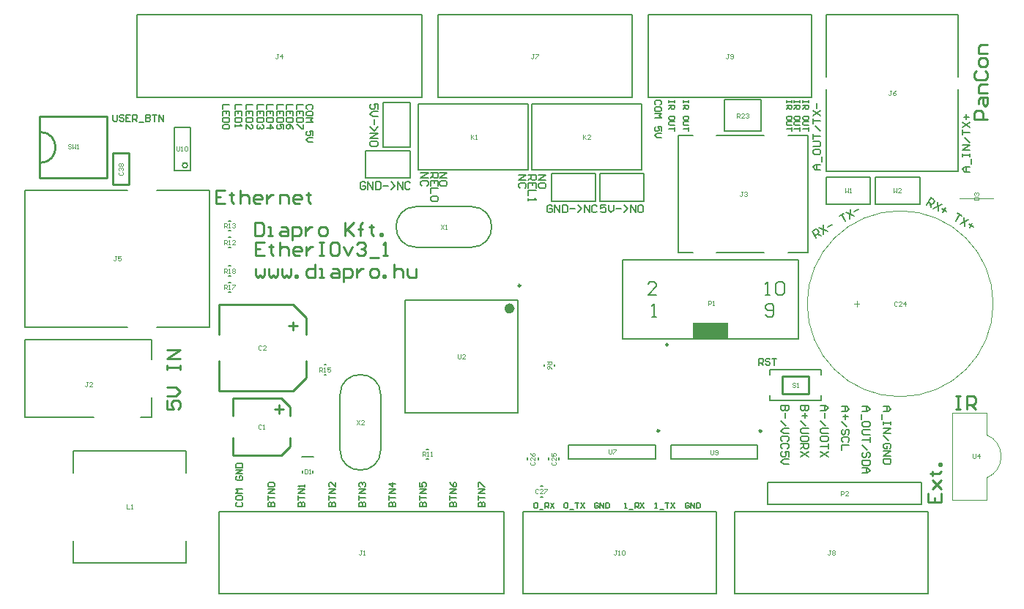
<source format=gto>
%FSTAX24Y24*%
%MOIN*%
G70*
G01*
G75*
G04 Layer_Color=65535*
%ADD10C,0.0100*%
%ADD11R,0.0512X0.0394*%
%ADD12O,0.0945X0.0236*%
%ADD13R,0.0945X0.0236*%
%ADD14R,0.1575X0.0670*%
%ADD15R,0.0177X0.0453*%
%ADD16R,0.1378X0.0748*%
%ADD17R,0.1732X0.0866*%
%ADD18R,0.0532X0.0472*%
%ADD19R,0.1969X0.2756*%
%ADD20R,0.0472X0.0532*%
%ADD21C,0.0394*%
%ADD22R,0.0591X0.0118*%
%ADD23R,0.0118X0.0591*%
%ADD24O,0.0276X0.0984*%
%ADD25R,0.0472X0.0551*%
%ADD26R,0.0551X0.0472*%
%ADD27R,0.0591X0.0315*%
%ADD28R,0.0787X0.0571*%
%ADD29C,0.0120*%
%ADD30C,0.0300*%
%ADD31C,0.2362*%
%ADD32C,0.0800*%
%ADD33C,0.0700*%
%ADD34C,0.0591*%
%ADD35C,0.0984*%
%ADD36R,0.0984X0.0984*%
%ADD37O,0.0787X0.1890*%
%ADD38O,0.1890X0.0787*%
%ADD39C,0.0591*%
%ADD40C,0.1043*%
%ADD41R,0.0591X0.0591*%
%ADD42C,0.1161*%
%ADD43R,0.0787X0.0787*%
%ADD44C,0.0787*%
%ADD45R,0.0650X0.0650*%
%ADD46C,0.0650*%
%ADD47C,0.0728*%
%ADD48R,0.0728X0.0728*%
%ADD49C,0.1181*%
%ADD50R,0.0591X0.0591*%
%ADD51R,0.0591X0.0591*%
%ADD52C,0.0472*%
%ADD53C,0.0240*%
%ADD54R,0.0374X0.0335*%
%ADD55R,0.0472X0.0256*%
%ADD56R,0.0906X0.0906*%
%ADD57R,0.3701X0.3228*%
%ADD58R,0.1634X0.0374*%
%ADD59O,0.0236X0.0906*%
%ADD60O,0.0709X0.0177*%
%ADD61O,0.0866X0.0236*%
%ADD62C,0.0200*%
%ADD63C,0.0079*%
%ADD64C,0.0039*%
%ADD65C,0.0098*%
%ADD66C,0.0236*%
%ADD67C,0.0030*%
%ADD68C,0.0050*%
%ADD69C,0.0040*%
%ADD70C,0.0059*%
%ADD71R,0.1614X0.0748*%
D10*
X020043Y032819D02*
G03*
X020042Y034222I-00002J000702D01*
G01*
X02139Y032121D02*
X023074D01*
X020003D02*
Y034921D01*
X023074D01*
Y032121D02*
Y034921D01*
X020003Y032121D02*
X023074D01*
X023346Y031841D02*
Y033259D01*
X024054D01*
Y031841D02*
Y033259D01*
X023346Y031841D02*
X024054D01*
X030691Y021587D02*
X031084D01*
X030887Y021391D02*
Y021784D01*
X031399Y019894D02*
Y020288D01*
X031006Y019501D02*
X031399Y019894D01*
X028801Y019501D02*
X031006D01*
X028801D02*
Y020288D01*
X031399Y021312D02*
Y021706D01*
X031006Y022099D02*
X031399Y021706D01*
X028801Y022099D02*
X031006D01*
X028801Y021312D02*
Y022099D01*
X031331Y025384D02*
X031725D01*
X031528Y025187D02*
Y025581D01*
X028182Y024991D02*
Y026369D01*
X031528D01*
X032118Y025778D01*
Y024991D02*
Y025778D01*
X028182Y022431D02*
Y023809D01*
Y022431D02*
X031528D01*
X032118Y023022D01*
Y023809D01*
X054991Y022306D02*
Y023094D01*
X053809D02*
X054991D01*
X053809Y022306D02*
Y023094D01*
Y022306D02*
X054991D01*
X02985Y028D02*
Y0277D01*
X02995Y0276D01*
X03005Y0277D01*
X03015Y0276D01*
X03025Y0277D01*
Y028D01*
X03045D02*
Y0277D01*
X03055Y0276D01*
X03065Y0277D01*
X03075Y0276D01*
X03085Y0277D01*
Y028D01*
X03105D02*
Y0277D01*
X03115Y0276D01*
X03125Y0277D01*
X03135Y0276D01*
X031449Y0277D01*
Y028D01*
X031649Y0276D02*
Y0277D01*
X031749D01*
Y0276D01*
X031649D01*
X032549Y0282D02*
Y0276D01*
X032249D01*
X032149Y0277D01*
Y0279D01*
X032249Y028D01*
X032549D01*
X032749Y0276D02*
X032949D01*
X032849D01*
Y028D01*
X032749D01*
X033349D02*
X033549D01*
X033649Y0279D01*
Y0276D01*
X033349D01*
X033249Y0277D01*
X033349Y0278D01*
X033649D01*
X033849Y0274D02*
Y028D01*
X034149D01*
X034249Y0279D01*
Y0277D01*
X034149Y0276D01*
X033849D01*
X034449Y028D02*
Y0276D01*
Y0278D01*
X034548Y0279D01*
X034648Y028D01*
X034748D01*
X035148Y0276D02*
X035348D01*
X035448Y0277D01*
Y0279D01*
X035348Y028D01*
X035148D01*
X035048Y0279D01*
Y0277D01*
X035148Y0276D01*
X035648D02*
Y0277D01*
X035748D01*
Y0276D01*
X035648D01*
X036148Y0282D02*
Y0276D01*
Y0279D01*
X036248Y028D01*
X036448D01*
X036548Y0279D01*
Y0276D01*
X036748Y028D02*
Y0277D01*
X036848Y0276D01*
X037148D01*
Y028D01*
X0298Y0301D02*
Y0295D01*
X0301D01*
X0302Y0296D01*
Y03D01*
X0301Y0301D01*
X0298D01*
X0304Y0295D02*
X0306D01*
X0305D01*
Y0299D01*
X0304D01*
X031D02*
X0312D01*
X0313Y0298D01*
Y0295D01*
X031D01*
X0309Y0296D01*
X031Y0297D01*
X0313D01*
X031499Y0293D02*
Y0299D01*
X031799D01*
X031899Y0298D01*
Y0296D01*
X031799Y0295D01*
X031499D01*
X032099Y0299D02*
Y0295D01*
Y0297D01*
X032199Y0298D01*
X032299Y0299D01*
X032399D01*
X032799Y0295D02*
X032999D01*
X033099Y0296D01*
Y0298D01*
X032999Y0299D01*
X032799D01*
X032699Y0298D01*
Y0296D01*
X032799Y0295D01*
X033899Y0301D02*
Y0295D01*
Y0297D01*
X034299Y0301D01*
X033999Y0298D01*
X034299Y0295D01*
X034598D02*
Y03D01*
Y0298D01*
X034498D01*
X034698D01*
X034598D01*
Y03D01*
X034698Y0301D01*
X035098Y03D02*
Y0299D01*
X034998D01*
X035198D01*
X035098D01*
Y0296D01*
X035198Y0295D01*
X035498D02*
Y0296D01*
X035598D01*
Y0295D01*
X035498D01*
X03025Y0292D02*
X02985D01*
Y0286D01*
X03025D01*
X02985Y0289D02*
X03005D01*
X03055Y0291D02*
Y029D01*
X03045D01*
X03065D01*
X03055D01*
Y0287D01*
X03065Y0286D01*
X03095Y0292D02*
Y0286D01*
Y0289D01*
X03105Y029D01*
X03125D01*
X03135Y0289D01*
Y0286D01*
X031849D02*
X031649D01*
X031549Y0287D01*
Y0289D01*
X031649Y029D01*
X031849D01*
X031949Y0289D01*
Y0288D01*
X031549D01*
X032149Y029D02*
Y0286D01*
Y0288D01*
X032249Y0289D01*
X032349Y029D01*
X032449D01*
X032749Y0292D02*
X032949D01*
X032849D01*
Y0286D01*
X032749D01*
X032949D01*
X033549Y0292D02*
X033349D01*
X033249Y0291D01*
Y0287D01*
X033349Y0286D01*
X033549D01*
X033649Y0287D01*
Y0291D01*
X033549Y0292D01*
X033849Y029D02*
X034049Y0286D01*
X034249Y029D01*
X034449Y0291D02*
X034548Y0292D01*
X034748D01*
X034848Y0291D01*
Y029D01*
X034748Y0289D01*
X034648D01*
X034748D01*
X034848Y0288D01*
Y0287D01*
X034748Y0286D01*
X034548D01*
X034449Y0287D01*
X035048Y0285D02*
X035448D01*
X035648Y0286D02*
X035848D01*
X035748D01*
Y0292D01*
X035648Y0291D01*
X02845Y03155D02*
X02805D01*
Y03095D01*
X02845D01*
X02805Y03125D02*
X02825D01*
X02875Y03145D02*
Y03135D01*
X02865D01*
X02885D01*
X02875D01*
Y03105D01*
X02885Y03095D01*
X02915Y03155D02*
Y03095D01*
Y03125D01*
X02925Y03135D01*
X02945D01*
X02955Y03125D01*
Y03095D01*
X030049D02*
X029849D01*
X029749Y03105D01*
Y03125D01*
X029849Y03135D01*
X030049D01*
X030149Y03125D01*
Y03115D01*
X029749D01*
X030349Y03135D02*
Y03095D01*
Y03115D01*
X030449Y03125D01*
X030549Y03135D01*
X030649D01*
X030949Y03095D02*
Y03135D01*
X031249D01*
X031349Y03125D01*
Y03095D01*
X031849D02*
X031649D01*
X031549Y03105D01*
Y03125D01*
X031649Y03135D01*
X031849D01*
X031949Y03125D01*
Y03115D01*
X031549D01*
X032249Y03145D02*
Y03135D01*
X032149D01*
X032349D01*
X032249D01*
Y03105D01*
X032349Y03095D01*
X0258Y022D02*
Y0216D01*
X0261D01*
X026Y0218D01*
Y0219D01*
X0261Y022D01*
X0263D01*
X0264Y0219D01*
Y0217D01*
X0263Y0216D01*
X0258Y0222D02*
X0262D01*
X0264Y0224D01*
X0262Y0226D01*
X0258D01*
Y023399D02*
Y023599D01*
Y023499D01*
X0264D01*
Y023399D01*
Y023599D01*
Y023899D02*
X0258D01*
X0264Y024299D01*
X0258D01*
X06315Y034806D02*
X06255D01*
Y035105D01*
X06265Y035205D01*
X06285D01*
X06295Y035105D01*
Y034806D01*
X06275Y035505D02*
Y035705D01*
X06285Y035805D01*
X06315D01*
Y035505D01*
X06305Y035405D01*
X06295Y035505D01*
Y035805D01*
X06315Y036005D02*
X06275D01*
Y036305D01*
X06285Y036405D01*
X06315D01*
X06265Y037005D02*
X06255Y036905D01*
Y036705D01*
X06265Y036605D01*
X06305D01*
X06315Y036705D01*
Y036905D01*
X06305Y037005D01*
X06315Y037305D02*
Y037505D01*
X06305Y037605D01*
X06285D01*
X06275Y037505D01*
Y037305D01*
X06285Y037205D01*
X06305D01*
X06315Y037305D01*
Y037805D02*
X06275D01*
Y038104D01*
X06285Y038204D01*
X06315D01*
X06045Y01775D02*
Y01735D01*
X06105D01*
Y01775D01*
X06075Y01735D02*
Y01755D01*
X06065Y01795D02*
X06105Y01835D01*
X06085Y01815D01*
X06065Y01835D01*
X06105Y01795D01*
X06055Y01865D02*
X06065D01*
Y01855D01*
Y01875D01*
Y01865D01*
X06095D01*
X06105Y01875D01*
Y019049D02*
X06095D01*
Y019149D01*
X06105D01*
Y019049D01*
X0617Y0222D02*
X0619D01*
X0618D01*
Y0216D01*
X0617D01*
X0619D01*
X0622D02*
Y0222D01*
X0625D01*
X0626Y0221D01*
Y0219D01*
X0625Y0218D01*
X0622D01*
X0624D02*
X0626Y0216D01*
D63*
X026736Y032702D02*
G03*
X026736Y032702I-000118J0D01*
G01*
X03965Y028975D02*
G03*
X03965Y030825I0J000925D01*
G01*
X03715D02*
G03*
X03715Y028975I0J-000925D01*
G01*
X035525Y02225D02*
G03*
X033675Y02225I-000925J0D01*
G01*
Y01975D02*
G03*
X035525Y01975I000925J0D01*
G01*
X026146Y034434D02*
X026854D01*
X026146Y032466D02*
X026854D01*
X026146D02*
Y034434D01*
X026854Y032466D02*
Y034434D01*
X051166Y035683D02*
X052819D01*
X051166Y034265D02*
X052819D01*
Y035683D01*
X051166Y034265D02*
Y035683D01*
X047685Y035809D02*
Y03955D01*
X055126D01*
X047685Y035809D02*
X055126D01*
Y03955D01*
X031924Y019427D02*
X032476D01*
X031974Y018706D02*
Y018785D01*
X032426Y018706D02*
Y018785D01*
X046954Y035809D02*
Y03955D01*
X038135Y035809D02*
X046954D01*
X038135Y03955D02*
X046954D01*
X038135Y035809D02*
Y03955D01*
X01935Y021228D02*
X02246D01*
X024586D02*
X025098D01*
Y022134D01*
X01935Y021228D02*
Y024772D01*
X025098D01*
X025098Y023866D01*
X041132Y0132D02*
Y01694D01*
X02818Y0132D02*
X041132D01*
X02818Y01694D02*
X041132D01*
X02818Y0132D02*
Y01694D01*
X024435Y035809D02*
Y03955D01*
X037388D01*
X024435Y035809D02*
X037388D01*
Y03955D01*
X01935Y03157D02*
X023991D01*
X01935Y02533D02*
Y03157D01*
X025349D02*
X02775D01*
Y02533D02*
Y03157D01*
X025349Y02533D02*
X02775D01*
X01935D02*
X023991D01*
X041985Y0132D02*
Y016941D01*
X050804D01*
X041985Y0132D02*
X050804D01*
Y016941D01*
X04225Y0325D02*
Y0355D01*
X03725Y0325D02*
X04225D01*
X03725Y0355D02*
X04225D01*
X03725Y0325D02*
Y0355D01*
X0424Y0325D02*
Y0355D01*
X0474D01*
X0424Y0325D02*
X0474D01*
Y0355D01*
X026659Y014591D02*
Y015615D01*
X021541Y014591D02*
Y015615D01*
X026659Y018685D02*
Y019709D01*
X021541Y018685D02*
Y019709D01*
Y014591D02*
X026659D01*
X021541Y019709D02*
X026659D01*
X05455Y024789D02*
Y028411D01*
X04655Y024789D02*
Y028411D01*
Y024789D02*
X05455D01*
X04655Y028411D02*
X05455D01*
X043426Y023561D02*
Y023639D01*
X042974Y023561D02*
Y023639D01*
X037611Y019324D02*
X037689D01*
X037611Y019776D02*
X037689D01*
X028606Y029426D02*
X028685D01*
X028606Y028974D02*
X028685D01*
X028606Y030176D02*
X028685D01*
X028606Y029724D02*
X028685D01*
X032961Y023626D02*
X033039D01*
X032961Y023174D02*
X033039D01*
X028606Y027376D02*
X028685D01*
X028606Y026924D02*
X028685D01*
X028606Y028126D02*
X028685D01*
X028606Y027674D02*
X028685D01*
X053219Y023409D02*
X055581D01*
X053219Y021991D02*
X055581D01*
Y023153D02*
Y023409D01*
X053219Y021991D02*
Y022228D01*
X055581Y021991D02*
Y022228D01*
X053219Y023153D02*
Y023409D01*
X036621Y026579D02*
X041779D01*
Y021421D02*
Y026579D01*
X036621Y021421D02*
X041779D01*
X036621D02*
Y026579D01*
X048731Y019956D02*
X052668D01*
X048731Y019326D02*
X052668D01*
Y019956D01*
X048731Y019326D02*
Y019956D01*
X03715Y028975D02*
X03965D01*
X03715Y030825D02*
X03965D01*
X035525Y01975D02*
Y02225D01*
X033675Y01975D02*
Y02225D01*
X034846Y03212D02*
Y03338D01*
X036854Y03212D02*
Y03338D01*
X034846Y03212D02*
X036854D01*
X034846Y03338D02*
X036854D01*
X03562Y033546D02*
Y035554D01*
X03688Y033546D02*
Y035554D01*
X03562D02*
X03688D01*
X03562Y033546D02*
X03688D01*
X043296Y03107D02*
Y03233D01*
X045304Y03107D02*
Y03233D01*
X043296Y03107D02*
X045304D01*
X043296Y03233D02*
X045304D01*
X045496D02*
X047504D01*
X045496Y03107D02*
X047504D01*
Y03233D01*
X045496Y03107D02*
Y03233D01*
X042811Y018086D02*
X042889D01*
X042811Y017614D02*
X042889D01*
X043164Y019311D02*
Y019389D01*
X043636Y019311D02*
Y019389D01*
X042214Y019311D02*
Y019389D01*
X042686Y019311D02*
Y019389D01*
X05315Y01725D02*
X06015D01*
Y01825D01*
X05315D02*
X06015D01*
X05315Y01725D02*
Y01825D01*
X054056Y034074D02*
X054981D01*
X050808D02*
X052973D01*
X049076D02*
X049725D01*
X054056Y02872D02*
X054981D01*
X050808D02*
X052973D01*
X049076D02*
X049725D01*
X049076D02*
Y034074D01*
X054981Y02872D02*
Y034074D01*
X044082Y019965D02*
X048018D01*
X044082Y019335D02*
X048018D01*
Y019965D01*
X044082Y019335D02*
Y019965D01*
X0558Y03955D02*
X0618D01*
Y036718D02*
Y03955D01*
Y032424D02*
Y036177D01*
X0558Y032424D02*
X0618D01*
X0558D02*
Y036177D01*
Y036718D02*
Y03955D01*
X058046Y032178D02*
X060054D01*
X058046Y030918D02*
X060054D01*
Y032178D01*
X058046Y030918D02*
Y032178D01*
X055796D02*
X057804D01*
X055796Y030918D02*
X057804D01*
Y032178D01*
X055796Y030918D02*
Y032178D01*
X051624Y0132D02*
Y016941D01*
X060443D01*
X051624Y0132D02*
X060443D01*
Y016941D01*
D64*
X063095Y018466D02*
G03*
X063095Y020434I-000394J000984D01*
G01*
X063398Y0264D02*
G03*
X063398Y0264I-004232J0D01*
G01*
X063095Y020434D02*
Y021418D01*
Y017481D02*
Y018466D01*
X06152Y021418D02*
X063095D01*
X06152Y017481D02*
X063095D01*
X06152D02*
Y021418D01*
X057315Y0264D02*
X057053D01*
X057184Y026269D02*
Y026531D01*
D65*
X048599Y024533D02*
G03*
X048599Y024533I-000049J0D01*
G01*
X041887Y027228D02*
G03*
X041887Y027228I-000049J0D01*
G01*
X052854Y020606D02*
G03*
X052854Y020606I-000049J0D01*
G01*
X048204Y020615D02*
G03*
X048204Y020615I-000049J0D01*
G01*
D66*
X041503Y026185D02*
G03*
X041503Y026185I-000118J0D01*
G01*
D67*
X06187Y0312D02*
X06341D01*
D68*
X06038Y030916D02*
X060555Y031219D01*
X060706Y031131D01*
X060728Y031051D01*
X060669Y03095D01*
X06059Y030929D01*
X060438Y031017D01*
X060539Y030958D02*
X060582Y030799D01*
X060858Y031044D02*
X060885Y030624D01*
X06106Y030927D02*
X060683Y030741D01*
X061073Y030717D02*
X061276Y030601D01*
X061233Y03076D02*
X061116Y030558D01*
X061767Y030519D02*
X061969Y030402D01*
X061868Y03046D01*
X061693Y030157D01*
X06207Y030344D02*
X062097Y029924D01*
X062272Y030227D02*
X061895Y030041D01*
X062286Y030017D02*
X062488Y029901D01*
X062445Y03006D02*
X062328Y029858D01*
X05535Y029396D02*
X055175Y029699D01*
X055327Y029786D01*
X055406Y029765D01*
X055465Y029664D01*
X055443Y029584D01*
X055292Y029497D01*
X055393Y029555D02*
X055552Y029512D01*
X055478Y029873D02*
X055855Y029687D01*
X05568Y02999D02*
X055653Y02957D01*
X055869Y029897D02*
X056071Y030014D01*
X056387Y030398D02*
X056589Y030515D01*
X056488Y030457D01*
X056663Y030154D01*
X05669Y030573D02*
X057067Y030387D01*
X056892Y03069D02*
X056865Y03027D01*
X057081Y030597D02*
X057283Y030713D01*
X05555Y032506D02*
X055317D01*
X0552Y032622D01*
X055317Y032739D01*
X05555D01*
X055375D01*
Y032506D01*
X055608Y032855D02*
Y033089D01*
X0552Y03338D02*
Y033264D01*
X055258Y033205D01*
X055492D01*
X05555Y033264D01*
Y03338D01*
X055492Y033439D01*
X055258D01*
X0552Y03338D01*
Y033555D02*
X055492D01*
X05555Y033613D01*
Y03373D01*
X055492Y033788D01*
X0552D01*
Y033905D02*
Y034138D01*
Y034022D01*
X05555D01*
Y034255D02*
X055317Y034488D01*
X0552Y034605D02*
Y034838D01*
Y034721D01*
X05555D01*
X0552Y034955D02*
X05555Y035188D01*
X0552D02*
X05555Y034955D01*
X055375Y035305D02*
Y035538D01*
X06235Y032406D02*
X062117D01*
X062Y032522D01*
X062117Y032639D01*
X06235D01*
X062175D01*
Y032406D01*
X062408Y032755D02*
Y032989D01*
X062Y033105D02*
Y033222D01*
Y033164D01*
X06235D01*
Y033105D01*
Y033222D01*
Y033397D02*
X062D01*
X06235Y03363D01*
X062D01*
X06235Y033747D02*
X062117Y03398D01*
X062Y034097D02*
Y03433D01*
Y034213D01*
X06235D01*
X062Y034447D02*
X06235Y03468D01*
X062D02*
X06235Y034447D01*
X062175Y034796D02*
Y03503D01*
X062058Y034913D02*
X062292D01*
X029Y01735D02*
X02895Y0173D01*
Y0172D01*
X029Y01715D01*
X0292D01*
X02925Y0172D01*
Y0173D01*
X0292Y01735D01*
X02895Y0176D02*
Y0175D01*
X029Y01745D01*
X0292D01*
X02925Y0175D01*
Y0176D01*
X0292Y01765D01*
X029D01*
X02895Y0176D01*
X02925Y01775D02*
X02895D01*
X02905Y01785D01*
X02895Y01795D01*
X02925D01*
X029Y01855D02*
X02895Y0185D01*
Y0184D01*
X029Y01835D01*
X0292D01*
X02925Y0184D01*
Y0185D01*
X0292Y01855D01*
X0291D01*
Y01845D01*
X02925Y01865D02*
X02895D01*
X02925Y018849D01*
X02895D01*
Y018949D02*
X02925D01*
Y019099D01*
X0292Y019149D01*
X029D01*
X02895Y019099D01*
Y018949D01*
X0304Y01715D02*
X0307D01*
Y0173D01*
X03065Y01735D01*
X0306D01*
X03055Y0173D01*
Y01715D01*
Y0173D01*
X0305Y01735D01*
X03045D01*
X0304Y0173D01*
Y01715D01*
Y01745D02*
Y01765D01*
Y01755D01*
X0307D01*
Y01775D02*
X0304D01*
X0307Y01795D01*
X0304D01*
X03045Y01805D02*
X0304Y0181D01*
Y0182D01*
X03045Y01825D01*
X03065D01*
X0307Y0182D01*
Y0181D01*
X03065Y01805D01*
X03045D01*
X031778Y01715D02*
X032078D01*
Y0173D01*
X032028Y01735D01*
X031978D01*
X031928Y0173D01*
Y01715D01*
Y0173D01*
X031878Y01735D01*
X031828D01*
X031778Y0173D01*
Y01715D01*
Y01745D02*
Y01765D01*
Y01755D01*
X032078D01*
Y01775D02*
X031778D01*
X032078Y01795D01*
X031778D01*
X032078Y01805D02*
Y01815D01*
Y0181D01*
X031778D01*
X031828Y01805D01*
X033156Y01715D02*
X033456D01*
Y0173D01*
X033406Y01735D01*
X033356D01*
X033306Y0173D01*
Y01715D01*
Y0173D01*
X033256Y01735D01*
X033206D01*
X033156Y0173D01*
Y01715D01*
Y01745D02*
Y01765D01*
Y01755D01*
X033456D01*
Y01775D02*
X033156D01*
X033456Y01795D01*
X033156D01*
X033456Y01825D02*
Y01805D01*
X033256Y01825D01*
X033206D01*
X033156Y0182D01*
Y0181D01*
X033206Y01805D01*
X034534Y01715D02*
X034834D01*
Y0173D01*
X034784Y01735D01*
X034734D01*
X034684Y0173D01*
Y01715D01*
Y0173D01*
X034634Y01735D01*
X034584D01*
X034534Y0173D01*
Y01715D01*
Y01745D02*
Y01765D01*
Y01755D01*
X034834D01*
Y01775D02*
X034534D01*
X034834Y01795D01*
X034534D01*
X034584Y01805D02*
X034534Y0181D01*
Y0182D01*
X034584Y01825D01*
X034634D01*
X034684Y0182D01*
Y01815D01*
Y0182D01*
X034734Y01825D01*
X034784D01*
X034834Y0182D01*
Y0181D01*
X034784Y01805D01*
X035912Y01715D02*
X036212D01*
Y0173D01*
X036162Y01735D01*
X036112D01*
X036062Y0173D01*
Y01715D01*
Y0173D01*
X036012Y01735D01*
X035962D01*
X035912Y0173D01*
Y01715D01*
Y01745D02*
Y01765D01*
Y01755D01*
X036212D01*
Y01775D02*
X035912D01*
X036212Y01795D01*
X035912D01*
X036212Y0182D02*
X035912D01*
X036062Y01805D01*
Y01825D01*
X03729Y01715D02*
X03759D01*
Y0173D01*
X03754Y01735D01*
X03749D01*
X03744Y0173D01*
Y01715D01*
Y0173D01*
X03739Y01735D01*
X03734D01*
X03729Y0173D01*
Y01715D01*
Y01745D02*
Y01765D01*
Y01755D01*
X03759D01*
Y01775D02*
X03729D01*
X03759Y01795D01*
X03729D01*
Y01825D02*
Y01805D01*
X03744D01*
X03739Y01815D01*
Y0182D01*
X03744Y01825D01*
X03754D01*
X03759Y0182D01*
Y0181D01*
X03754Y01805D01*
X038668Y01715D02*
X038968D01*
Y0173D01*
X038918Y01735D01*
X038868D01*
X038818Y0173D01*
Y01715D01*
Y0173D01*
X038768Y01735D01*
X038718D01*
X038668Y0173D01*
Y01715D01*
Y01745D02*
Y01765D01*
Y01755D01*
X038968D01*
Y01775D02*
X038668D01*
X038968Y01795D01*
X038668D01*
Y01825D02*
X038718Y01815D01*
X038818Y01805D01*
X038918D01*
X038968Y0181D01*
Y0182D01*
X038918Y01825D01*
X038868D01*
X038818Y0182D01*
Y01805D01*
X039978Y01715D02*
X040278D01*
Y0173D01*
X040228Y01735D01*
X040178D01*
X040128Y0173D01*
Y01715D01*
Y0173D01*
X040078Y01735D01*
X040028D01*
X039978Y0173D01*
Y01715D01*
Y01745D02*
Y01765D01*
Y01755D01*
X040278D01*
Y01775D02*
X039978D01*
X040278Y01795D01*
X039978D01*
Y01805D02*
Y01825D01*
X040028D01*
X040228Y01805D01*
X040278D01*
X042501Y017298D02*
X042542Y01734D01*
X042626D01*
X042667Y017298D01*
Y017131D01*
X042626Y01709D01*
X042542D01*
X042501Y017131D01*
Y017298D01*
X042751Y017048D02*
X042917D01*
X043001Y01709D02*
Y01734D01*
X043126D01*
X043167Y017298D01*
Y017215D01*
X043126Y017173D01*
X043001D01*
X043084D02*
X043167Y01709D01*
X043251Y01734D02*
X043417Y01709D01*
Y01734D02*
X043251Y01709D01*
X043879Y017298D02*
X04392Y01734D01*
X044004D01*
X044045Y017298D01*
Y017131D01*
X044004Y01709D01*
X04392D01*
X043879Y017131D01*
Y017298D01*
X044129Y017048D02*
X044295D01*
X044379Y01734D02*
X044545D01*
X044462D01*
Y01709D01*
X044628Y01734D02*
X044795Y01709D01*
Y01734D02*
X044628Y01709D01*
X045423Y017298D02*
X045382Y01734D01*
X045298D01*
X045257Y017298D01*
Y017131D01*
X045298Y01709D01*
X045382D01*
X045423Y017131D01*
Y017215D01*
X04534D01*
X045507Y01709D02*
Y01734D01*
X045673Y01709D01*
Y01734D01*
X045757D02*
Y01709D01*
X045881D01*
X045923Y017131D01*
Y017298D01*
X045881Y01734D01*
X045757D01*
X046635Y01709D02*
X046718D01*
X046676D01*
Y01734D01*
X046635Y017298D01*
X046843Y017048D02*
X04701D01*
X047093Y01709D02*
Y01734D01*
X047218D01*
X047259Y017298D01*
Y017215D01*
X047218Y017173D01*
X047093D01*
X047176D02*
X047259Y01709D01*
X047343Y01734D02*
X047509Y01709D01*
Y01734D02*
X047343Y01709D01*
X048013D02*
X048096D01*
X048054D01*
Y01734D01*
X048013Y017298D01*
X048221Y017048D02*
X048387D01*
X048471Y01734D02*
X048637D01*
X048554D01*
Y01709D01*
X048721Y01734D02*
X048887Y01709D01*
Y01734D02*
X048721Y01709D01*
X049557Y017298D02*
X049516Y01734D01*
X049432D01*
X049391Y017298D01*
Y017131D01*
X049432Y01709D01*
X049516D01*
X049557Y017131D01*
Y017215D01*
X049474D01*
X04964Y01709D02*
Y01734D01*
X049807Y01709D01*
Y01734D01*
X04989D02*
Y01709D01*
X050015D01*
X050057Y017131D01*
Y017298D01*
X050015Y01734D01*
X04989D01*
X0541Y02178D02*
X05375D01*
Y021605D01*
X053808Y021547D01*
X053867D01*
X053925Y021605D01*
Y02178D01*
Y021605D01*
X053983Y021547D01*
X054042D01*
X0541Y021605D01*
Y02178D01*
X053925Y02143D02*
Y021197D01*
X05375Y02108D02*
X053983Y020847D01*
X0541Y02073D02*
X053867D01*
X05375Y020614D01*
X053867Y020497D01*
X0541D01*
X054042Y020147D02*
X0541Y020206D01*
Y020322D01*
X054042Y02038D01*
X053808D01*
X05375Y020322D01*
Y020206D01*
X053808Y020147D01*
X054042Y019797D02*
X0541Y019856D01*
Y019972D01*
X054042Y020031D01*
X053808D01*
X05375Y019972D01*
Y019856D01*
X053808Y019797D01*
X0541Y019447D02*
Y019681D01*
X053925D01*
X053983Y019564D01*
Y019506D01*
X053925Y019447D01*
X053808D01*
X05375Y019506D01*
Y019622D01*
X053808Y019681D01*
X0541Y019331D02*
X053867D01*
X05375Y019214D01*
X053867Y019098D01*
X0541D01*
X055Y02178D02*
X05465D01*
Y021605D01*
X054708Y021547D01*
X054767D01*
X054825Y021605D01*
Y02178D01*
Y021605D01*
X054883Y021547D01*
X054942D01*
X055Y021605D01*
Y02178D01*
X054825Y02143D02*
Y021197D01*
X054942Y021313D02*
X054708D01*
X05465Y02108D02*
X054883Y020847D01*
X055Y02073D02*
X054708D01*
X05465Y020672D01*
Y020555D01*
X054708Y020497D01*
X055D01*
X054942Y02038D02*
X055Y020322D01*
Y020206D01*
X054942Y020147D01*
X054708D01*
X05465Y020206D01*
Y020322D01*
X054708Y02038D01*
X054942D01*
X05465Y020031D02*
X055D01*
Y019856D01*
X054942Y019797D01*
X054825D01*
X054767Y019856D01*
Y020031D01*
Y019914D02*
X05465Y019797D01*
X055Y019681D02*
X05465Y019447D01*
X055D02*
X05465Y019681D01*
X05555Y02178D02*
X055783D01*
X0559Y021663D01*
X055783Y021547D01*
X05555D01*
X055725D01*
Y02178D01*
Y02143D02*
Y021197D01*
X05555Y02108D02*
X055783Y020847D01*
X0559Y02073D02*
X055608D01*
X05555Y020672D01*
Y020555D01*
X055608Y020497D01*
X0559D01*
X055842Y02038D02*
X0559Y020322D01*
Y020206D01*
X055842Y020147D01*
X055608D01*
X05555Y020206D01*
Y020322D01*
X055608Y02038D01*
X055842D01*
X0559Y020031D02*
Y019797D01*
Y019914D01*
X05555D01*
X0559Y019681D02*
X05555Y019447D01*
X0559D02*
X05555Y019681D01*
X0565Y02173D02*
X056733D01*
X05685Y021613D01*
X056733Y021497D01*
X0565D01*
X056675D01*
Y02173D01*
Y02138D02*
Y021147D01*
X056792Y021263D02*
X056558D01*
X0565Y02103D02*
X056733Y020797D01*
X056792Y020447D02*
X05685Y020505D01*
Y020622D01*
X056792Y02068D01*
X056733D01*
X056675Y020622D01*
Y020505D01*
X056617Y020447D01*
X056558D01*
X0565Y020505D01*
Y020622D01*
X056558Y02068D01*
X056792Y020097D02*
X05685Y020156D01*
Y020272D01*
X056792Y02033D01*
X056558D01*
X0565Y020272D01*
Y020156D01*
X056558Y020097D01*
X05685Y019981D02*
X0565D01*
Y019747D01*
X05745Y02173D02*
X057683D01*
X0578Y021613D01*
X057683Y021497D01*
X05745D01*
X057625D01*
Y02173D01*
X057392Y02138D02*
Y021147D01*
X0578Y020855D02*
Y020972D01*
X057742Y02103D01*
X057508D01*
X05745Y020972D01*
Y020855D01*
X057508Y020797D01*
X057742D01*
X0578Y020855D01*
Y02068D02*
X057508D01*
X05745Y020622D01*
Y020505D01*
X057508Y020447D01*
X0578D01*
Y02033D02*
Y020097D01*
Y020214D01*
X05745D01*
Y019981D02*
X057683Y019747D01*
X057742Y019397D02*
X0578Y019456D01*
Y019572D01*
X057742Y019631D01*
X057683D01*
X057625Y019572D01*
Y019456D01*
X057567Y019397D01*
X057508D01*
X05745Y019456D01*
Y019572D01*
X057508Y019631D01*
X0578Y019281D02*
X05745D01*
Y019106D01*
X057508Y019048D01*
X057742D01*
X0578Y019106D01*
Y019281D01*
X05745Y018931D02*
X057683D01*
X0578Y018814D01*
X057683Y018698D01*
X05745D01*
X057625D01*
Y018931D01*
X0584Y02173D02*
X058633D01*
X05875Y021613D01*
X058633Y021497D01*
X0584D01*
X058575D01*
Y02173D01*
X058342Y02138D02*
Y021147D01*
X05875Y02103D02*
Y020914D01*
Y020972D01*
X0584D01*
Y02103D01*
Y020914D01*
Y020739D02*
X05875D01*
X0584Y020505D01*
X05875D01*
X0584Y020389D02*
X058633Y020156D01*
X058692Y019806D02*
X05875Y019864D01*
Y019981D01*
X058692Y020039D01*
X058458D01*
X0584Y019981D01*
Y019864D01*
X058458Y019806D01*
X058575D01*
Y019922D01*
X0584Y019689D02*
X05875D01*
X0584Y019456D01*
X05875D01*
Y019339D02*
X0584D01*
Y019164D01*
X058458Y019106D01*
X058692D01*
X05875Y019164D01*
Y019339D01*
X0324Y03525D02*
X03245Y0353D01*
Y0354D01*
X0324Y03545D01*
X0322D01*
X03215Y0354D01*
Y0353D01*
X0322Y03525D01*
X03245Y035D02*
Y0351D01*
X0324Y03515D01*
X0322D01*
X03215Y0351D01*
Y035D01*
X0322Y03495D01*
X0324D01*
X03245Y035D01*
X03215Y03485D02*
X03245D01*
X03235Y03475D01*
X03245Y03465D01*
X03215D01*
X03245Y03405D02*
Y03425D01*
X0323D01*
X03235Y03415D01*
Y0341D01*
X0323Y03405D01*
X0322D01*
X03215Y0341D01*
Y0342D01*
X0322Y03425D01*
X03245Y03395D02*
X03225D01*
X03215Y033851D01*
X03225Y033751D01*
X03245D01*
X032Y03545D02*
X0317D01*
Y03525D01*
X032Y03495D02*
Y03515D01*
X0317D01*
Y03495D01*
X03185Y03515D02*
Y03505D01*
X032Y03485D02*
X0317D01*
Y0347D01*
X03175Y03465D01*
X03195D01*
X032Y0347D01*
Y03485D01*
Y03455D02*
Y03435D01*
X03195D01*
X03175Y03455D01*
X0317D01*
X03155Y03545D02*
X03125D01*
Y03525D01*
X03155Y03495D02*
Y03515D01*
X03125D01*
Y03495D01*
X0314Y03515D02*
Y03505D01*
X03155Y03485D02*
X03125D01*
Y0347D01*
X0313Y03465D01*
X0315D01*
X03155Y0347D01*
Y03485D01*
Y03435D02*
X0315Y03445D01*
X0314Y03455D01*
X0313D01*
X03125Y0345D01*
Y0344D01*
X0313Y03435D01*
X03135D01*
X0314Y0344D01*
Y03455D01*
X0311Y03545D02*
X0308D01*
Y03525D01*
X0311Y03495D02*
Y03515D01*
X0308D01*
Y03495D01*
X03095Y03515D02*
Y03505D01*
X0311Y03485D02*
X0308D01*
Y0347D01*
X03085Y03465D01*
X03105D01*
X0311Y0347D01*
Y03485D01*
Y03435D02*
Y03455D01*
X03095D01*
X031Y03445D01*
Y0344D01*
X03095Y03435D01*
X03085D01*
X0308Y0344D01*
Y0345D01*
X03085Y03455D01*
X03065Y03545D02*
X03035D01*
Y03525D01*
X03065Y03495D02*
Y03515D01*
X03035D01*
Y03495D01*
X0305Y03515D02*
Y03505D01*
X03065Y03485D02*
X03035D01*
Y0347D01*
X0304Y03465D01*
X0306D01*
X03065Y0347D01*
Y03485D01*
X03035Y0344D02*
X03065D01*
X0305Y03455D01*
Y03435D01*
X0302Y03545D02*
X0299D01*
Y03525D01*
X0302Y03495D02*
Y03515D01*
X0299D01*
Y03495D01*
X03005Y03515D02*
Y03505D01*
X0302Y03485D02*
X0299D01*
Y0347D01*
X02995Y03465D01*
X03015D01*
X0302Y0347D01*
Y03485D01*
X03015Y03455D02*
X0302Y0345D01*
Y0344D01*
X03015Y03435D01*
X0301D01*
X03005Y0344D01*
Y03445D01*
Y0344D01*
X03Y03435D01*
X02995D01*
X0299Y0344D01*
Y0345D01*
X02995Y03455D01*
X0297Y03545D02*
X0294D01*
Y03525D01*
X0297Y03495D02*
Y03515D01*
X0294D01*
Y03495D01*
X02955Y03515D02*
Y03505D01*
X0297Y03485D02*
X0294D01*
Y0347D01*
X02945Y03465D01*
X02965D01*
X0297Y0347D01*
Y03485D01*
X0294Y03435D02*
Y03455D01*
X0296Y03435D01*
X02965D01*
X0297Y0344D01*
Y0345D01*
X02965Y03455D01*
X0292Y03545D02*
X0289D01*
Y03525D01*
X0292Y03495D02*
Y03515D01*
X0289D01*
Y03495D01*
X02905Y03515D02*
Y03505D01*
X0292Y03485D02*
X0289D01*
Y0347D01*
X02895Y03465D01*
X02915D01*
X0292Y0347D01*
Y03485D01*
X0289Y03455D02*
Y03445D01*
Y0345D01*
X0292D01*
X02915Y03455D01*
X02865Y03545D02*
X02835D01*
Y03525D01*
X02865Y03495D02*
Y03515D01*
X02835D01*
Y03495D01*
X0285Y03515D02*
Y03505D01*
X02865Y03485D02*
X02835D01*
Y0347D01*
X0284Y03465D01*
X0286D01*
X02865Y0347D01*
Y03485D01*
X0286Y03455D02*
X02865Y0345D01*
Y0344D01*
X0286Y03435D01*
X0284D01*
X02835Y0344D01*
Y0345D01*
X0284Y03455D01*
X0286D01*
X04825Y03545D02*
X0483Y0355D01*
Y0356D01*
X04825Y03565D01*
X04805D01*
X048Y0356D01*
Y0355D01*
X04805Y03545D01*
X0483Y0352D02*
Y0353D01*
X04825Y03535D01*
X04805D01*
X048Y0353D01*
Y0352D01*
X04805Y03515D01*
X04825D01*
X0483Y0352D01*
X048Y03505D02*
X0483D01*
X0482Y03495D01*
X0483Y03485D01*
X048D01*
X0483Y03425D02*
Y03445D01*
X04815D01*
X0482Y03435D01*
Y0343D01*
X04815Y03425D01*
X04805D01*
X048Y0343D01*
Y0344D01*
X04805Y03445D01*
X0483Y03415D02*
X0481D01*
X048Y034051D01*
X0481Y033951D01*
X0483D01*
X0489Y03565D02*
Y035567D01*
Y035608D01*
X04865D01*
Y03565D01*
Y035567D01*
Y035442D02*
X0489D01*
Y035317D01*
X048858Y035275D01*
X048775D01*
X048733Y035317D01*
Y035442D01*
Y035358D02*
X04865Y035275D01*
X0489Y034817D02*
Y0349D01*
X048858Y034942D01*
X048692D01*
X04865Y0349D01*
Y034817D01*
X048692Y034775D01*
X048858D01*
X0489Y034817D01*
Y034692D02*
X048692D01*
X04865Y03465D01*
Y034567D01*
X048692Y034525D01*
X0489D01*
Y034442D02*
Y034275D01*
Y034359D01*
X04865D01*
X04955Y03565D02*
Y035567D01*
Y035608D01*
X0493D01*
Y03565D01*
Y035567D01*
Y035442D02*
X04955D01*
Y035317D01*
X049508Y035275D01*
X049425D01*
X049383Y035317D01*
Y035442D01*
Y035358D02*
X0493Y035275D01*
X04955Y034817D02*
Y0349D01*
X049508Y034942D01*
X049342D01*
X0493Y0349D01*
Y034817D01*
X049342Y034775D01*
X049508D01*
X04955Y034817D01*
Y034692D02*
X049342D01*
X0493Y03465D01*
Y034567D01*
X049342Y034525D01*
X04955D01*
Y034442D02*
Y034275D01*
Y034359D01*
X0493D01*
X05425Y03565D02*
Y035567D01*
Y035608D01*
X054D01*
Y03565D01*
Y035567D01*
Y035442D02*
X05425D01*
Y035317D01*
X054208Y035275D01*
X054125D01*
X054083Y035317D01*
Y035442D01*
Y035358D02*
X054Y035275D01*
X05425Y034817D02*
Y0349D01*
X054208Y034942D01*
X054042D01*
X054Y0349D01*
Y034817D01*
X054042Y034775D01*
X054208D01*
X05425Y034817D01*
Y034692D02*
X054042D01*
X054Y03465D01*
Y034567D01*
X054042Y034525D01*
X05425D01*
Y034442D02*
Y034275D01*
Y034359D01*
X054D01*
X0546Y03565D02*
Y035567D01*
Y035608D01*
X05435D01*
Y03565D01*
Y035567D01*
Y035442D02*
X0546D01*
Y035317D01*
X054558Y035275D01*
X054475D01*
X054433Y035317D01*
Y035442D01*
Y035358D02*
X05435Y035275D01*
X0546Y034817D02*
Y0349D01*
X054558Y034942D01*
X054392D01*
X05435Y0349D01*
Y034817D01*
X054392Y034775D01*
X054558D01*
X0546Y034817D01*
Y034692D02*
X054392D01*
X05435Y03465D01*
Y034567D01*
X054392Y034525D01*
X0546D01*
Y034442D02*
Y034275D01*
Y034359D01*
X05435D01*
X055Y03565D02*
Y035567D01*
Y035608D01*
X05475D01*
Y03565D01*
Y035567D01*
Y035442D02*
X055D01*
Y035317D01*
X054958Y035275D01*
X054875D01*
X054833Y035317D01*
Y035442D01*
Y035358D02*
X05475Y035275D01*
X055Y034817D02*
Y0349D01*
X054958Y034942D01*
X054792D01*
X05475Y0349D01*
Y034817D01*
X054792Y034775D01*
X054958D01*
X055Y034817D01*
Y034692D02*
X054792D01*
X05475Y03465D01*
Y034567D01*
X054792Y034525D01*
X055D01*
Y034442D02*
Y034275D01*
Y034359D01*
X05475D01*
X03735Y03235D02*
X0377D01*
X03735Y032117D01*
X0377D01*
X037642Y031767D02*
X0377Y031825D01*
Y031942D01*
X037642Y032D01*
X037408D01*
X03735Y031942D01*
Y031825D01*
X037408Y031767D01*
X0378Y03235D02*
X03815D01*
Y032175D01*
X038092Y032117D01*
X037975D01*
X037917Y032175D01*
Y03235D01*
Y032233D02*
X0378Y032117D01*
X03815Y031767D02*
Y032D01*
X0378D01*
Y031767D01*
X037975Y032D02*
Y031883D01*
X03815Y03165D02*
X0378D01*
Y031417D01*
X038092Y0313D02*
X03815Y031242D01*
Y031125D01*
X038092Y031067D01*
X037858D01*
X0378Y031125D01*
Y031242D01*
X037858Y0313D01*
X038092D01*
X0382Y03235D02*
X03855D01*
X0382Y032117D01*
X03855D01*
Y031825D02*
Y031942D01*
X038492Y032D01*
X038258D01*
X0382Y031942D01*
Y031825D01*
X038258Y031767D01*
X038492D01*
X03855Y031825D01*
X0418Y03225D02*
X04215D01*
X0418Y032017D01*
X04215D01*
X042092Y031667D02*
X04215Y031725D01*
Y031842D01*
X042092Y0319D01*
X041858D01*
X0418Y031842D01*
Y031725D01*
X041858Y031667D01*
X04225Y03225D02*
X0426D01*
Y032075D01*
X042542Y032017D01*
X042425D01*
X042367Y032075D01*
Y03225D01*
Y032133D02*
X04225Y032017D01*
X0426Y031667D02*
Y0319D01*
X04225D01*
Y031667D01*
X042425Y0319D02*
Y031783D01*
X0426Y03155D02*
X04225D01*
Y031317D01*
Y0312D02*
Y031084D01*
Y031142D01*
X0426D01*
X042542Y0312D01*
X0427Y03225D02*
X04305D01*
X0427Y032017D01*
X04305D01*
Y031725D02*
Y031842D01*
X042992Y0319D01*
X042758D01*
X0427Y031842D01*
Y031725D01*
X042758Y031667D01*
X042992D01*
X04305Y031725D01*
X02335Y035D02*
Y03475D01*
X0234Y0347D01*
X0235D01*
X02355Y03475D01*
Y035D01*
X02385Y03495D02*
X0238Y035D01*
X0237D01*
X02365Y03495D01*
Y0349D01*
X0237Y03485D01*
X0238D01*
X02385Y0348D01*
Y03475D01*
X0238Y0347D01*
X0237D01*
X02365Y03475D01*
X02415Y035D02*
X02395D01*
Y0347D01*
X02415D01*
X02395Y03485D02*
X02405D01*
X02425Y0347D02*
Y035D01*
X0244D01*
X02445Y03495D01*
Y03485D01*
X0244Y0348D01*
X02425D01*
X02435D02*
X02445Y0347D01*
X02455Y03465D02*
X02475D01*
X02485Y035D02*
Y0347D01*
X024999D01*
X025049Y03475D01*
Y0348D01*
X024999Y03485D01*
X02485D01*
X024999D01*
X025049Y0349D01*
Y03495D01*
X024999Y035D01*
X02485D01*
X025149D02*
X025349D01*
X025249D01*
Y0347D01*
X025449D02*
Y035D01*
X025649Y0347D01*
Y035D01*
X05275Y0236D02*
Y0239D01*
X0529D01*
X05295Y02385D01*
Y02375D01*
X0529Y0237D01*
X05275D01*
X05285D02*
X05295Y0236D01*
X05325Y02385D02*
X0532Y0239D01*
X0531D01*
X05305Y02385D01*
Y0238D01*
X0531Y02375D01*
X0532D01*
X05325Y0237D01*
Y02365D01*
X0532Y0236D01*
X0531D01*
X05305Y02365D01*
X05335Y0239D02*
X05355D01*
X05345D01*
Y0236D01*
X0354Y035267D02*
Y0355D01*
X035225D01*
X035283Y035383D01*
Y035325D01*
X035225Y035267D01*
X035108D01*
X03505Y035325D01*
Y035442D01*
X035108Y0355D01*
X0354Y03515D02*
X035167D01*
X03505Y035033D01*
X035167Y034917D01*
X0354D01*
X035225Y0348D02*
Y034567D01*
X03505Y03445D02*
X035225Y034275D01*
X0354Y03445D01*
X03505Y034159D02*
X0354D01*
X03505Y033926D01*
X0354D01*
Y033634D02*
Y033751D01*
X035342Y033809D01*
X035108D01*
X03505Y033751D01*
Y033634D01*
X035108Y033576D01*
X035342D01*
X0354Y033634D01*
X034833Y031892D02*
X034775Y03195D01*
X034658D01*
X0346Y031892D01*
Y031658D01*
X034658Y0316D01*
X034775D01*
X034833Y031658D01*
Y031775D01*
X034717D01*
X03495Y0316D02*
Y03195D01*
X035183Y0316D01*
Y03195D01*
X0353D02*
Y0316D01*
X035475D01*
X035533Y031658D01*
Y031892D01*
X035475Y03195D01*
X0353D01*
X03565Y031775D02*
X035883D01*
X036Y0316D02*
X036174Y031775D01*
X036Y03195D01*
X036291Y0316D02*
Y03195D01*
X036524Y0316D01*
Y03195D01*
X036874Y031892D02*
X036816Y03195D01*
X036699D01*
X036641Y031892D01*
Y031658D01*
X036699Y0316D01*
X036816D01*
X036874Y031658D01*
X043333Y030842D02*
X043275Y0309D01*
X043158D01*
X0431Y030842D01*
Y030608D01*
X043158Y03055D01*
X043275D01*
X043333Y030608D01*
Y030725D01*
X043217D01*
X04345Y03055D02*
Y0309D01*
X043683Y03055D01*
Y0309D01*
X0438D02*
Y03055D01*
X043975D01*
X044033Y030608D01*
Y030842D01*
X043975Y0309D01*
X0438D01*
X04415Y030725D02*
X044383D01*
X0445Y03055D02*
X044674Y030725D01*
X0445Y0309D01*
X044791Y03055D02*
Y0309D01*
X045024Y03055D01*
Y0309D01*
X045374Y030842D02*
X045316Y0309D01*
X045199D01*
X045141Y030842D01*
Y030608D01*
X045199Y03055D01*
X045316D01*
X045374Y030608D01*
X045783Y0309D02*
X04555D01*
Y030725D01*
X045667Y030783D01*
X045725D01*
X045783Y030725D01*
Y030608D01*
X045725Y03055D01*
X045608D01*
X04555Y030608D01*
X0459Y0309D02*
Y030667D01*
X046017Y03055D01*
X046133Y030667D01*
Y0309D01*
X04625Y030725D02*
X046483D01*
X0466Y03055D02*
X046775Y030725D01*
X0466Y0309D01*
X046891Y03055D02*
Y0309D01*
X047124Y03055D01*
Y0309D01*
X047416D02*
X047299D01*
X047241Y030842D01*
Y030608D01*
X047299Y03055D01*
X047416D01*
X047474Y030608D01*
Y030842D01*
X047416Y0309D01*
D69*
X056003Y01517D02*
X055937D01*
X05597D01*
Y015003D01*
X055937Y01497D01*
X055903D01*
X05587Y015003D01*
X05607Y015137D02*
X056103Y01517D01*
X05617D01*
X056203Y015137D01*
Y015103D01*
X05617Y01507D01*
X056203Y015037D01*
Y015003D01*
X05617Y01497D01*
X056103D01*
X05607Y015003D01*
Y015037D01*
X056103Y01507D01*
X05607Y015103D01*
Y015137D01*
X056103Y01507D02*
X05617D01*
X05667Y03165D02*
Y03145D01*
X056737Y031517D01*
X056803Y03145D01*
Y03165D01*
X05687Y03145D02*
X056937D01*
X056903D01*
Y03165D01*
X05687Y031617D01*
X05888Y03165D02*
Y03145D01*
X058947Y031517D01*
X059013Y03145D01*
Y03165D01*
X059213Y03145D02*
X05908D01*
X059213Y031583D01*
Y031617D01*
X05918Y03165D01*
X059113D01*
X05908Y031617D01*
X058763Y03609D02*
X058697D01*
X05873D01*
Y035923D01*
X058697Y03589D01*
X058663D01*
X05863Y035923D01*
X058963Y03609D02*
X058897Y036057D01*
X05883Y03599D01*
Y035923D01*
X058863Y03589D01*
X05893D01*
X058963Y035923D01*
Y035957D01*
X05893Y03599D01*
X05883D01*
X04589Y01975D02*
Y019583D01*
X045923Y01955D01*
X04599D01*
X046023Y019583D01*
Y01975D01*
X04609D02*
X046223D01*
Y019717D01*
X04609Y019583D01*
Y01955D01*
X051993Y0315D02*
X051927D01*
X05196D01*
Y031333D01*
X051927Y0313D01*
X051893D01*
X05186Y031333D01*
X05206Y031467D02*
X052093Y0315D01*
X05216D01*
X052193Y031467D01*
Y031433D01*
X05216Y0314D01*
X052127D01*
X05216D01*
X052193Y031367D01*
Y031333D01*
X05216Y0313D01*
X052093D01*
X05206Y031333D01*
X05648Y01765D02*
Y01785D01*
X05658D01*
X056613Y017817D01*
Y01775D01*
X05658Y017717D01*
X05648D01*
X056813Y01765D02*
X05668D01*
X056813Y017783D01*
Y017817D01*
X05678Y01785D01*
X056713D01*
X05668Y017817D01*
X042383Y019213D02*
X04235Y01918D01*
Y019113D01*
X042383Y01908D01*
X042517D01*
X04255Y019113D01*
Y01918D01*
X042517Y019213D01*
X04255Y019413D02*
Y01928D01*
X042417Y019413D01*
X042383D01*
X04235Y01938D01*
Y019313D01*
X042383Y01928D01*
X04235Y019613D02*
X042383Y019547D01*
X04245Y01948D01*
X042517D01*
X04255Y019513D01*
Y01958D01*
X042517Y019613D01*
X042483D01*
X04245Y01958D01*
Y01948D01*
X043333Y019213D02*
X0433Y01918D01*
Y019113D01*
X043333Y01908D01*
X043467D01*
X0435Y019113D01*
Y01918D01*
X043467Y019213D01*
X0435Y019413D02*
Y01928D01*
X043367Y019413D01*
X043333D01*
X0433Y01938D01*
Y019313D01*
X043333Y01928D01*
X0433Y019613D02*
Y01948D01*
X0434D01*
X043367Y019547D01*
Y01958D01*
X0434Y019613D01*
X043467D01*
X0435Y01958D01*
Y019513D01*
X043467Y01948D01*
X059033Y026467D02*
X059Y0265D01*
X058933D01*
X0589Y026467D01*
Y026333D01*
X058933Y0263D01*
X059D01*
X059033Y026333D01*
X059233Y0263D02*
X0591D01*
X059233Y026433D01*
Y026467D01*
X0592Y0265D01*
X059133D01*
X0591Y026467D01*
X0594Y0263D02*
Y0265D01*
X0593Y0264D01*
X059433D01*
X042713Y017917D02*
X04268Y01795D01*
X042613D01*
X04258Y017917D01*
Y017783D01*
X042613Y01775D01*
X04268D01*
X042713Y017783D01*
X042913Y01775D02*
X04278D01*
X042913Y017883D01*
Y017917D01*
X04288Y01795D01*
X042813D01*
X04278Y017917D01*
X04298Y01795D02*
X043113D01*
Y017917D01*
X04298Y017783D01*
Y01775D01*
X03443Y0211D02*
X034563Y0209D01*
Y0211D02*
X03443Y0209D01*
X034763D02*
X03463D01*
X034763Y021033D01*
Y021067D01*
X03473Y0211D01*
X034663D01*
X03463Y021067D01*
X03827Y03D02*
X038403Y0298D01*
Y03D02*
X03827Y0298D01*
X03847D02*
X038537D01*
X038503D01*
Y03D01*
X03847Y029967D01*
X05054Y01974D02*
Y019573D01*
X050573Y01954D01*
X05064D01*
X050673Y019573D01*
Y01974D01*
X05074Y019573D02*
X050773Y01954D01*
X05084D01*
X050873Y019573D01*
Y019707D01*
X05084Y01974D01*
X050773D01*
X05074Y019707D01*
Y019673D01*
X050773Y01964D01*
X050873D01*
X03903Y0241D02*
Y023933D01*
X039063Y0239D01*
X03913D01*
X039163Y023933D01*
Y0241D01*
X039363Y0239D02*
X03923D01*
X039363Y024033D01*
Y024067D01*
X03933Y0241D01*
X039263D01*
X03923Y024067D01*
X054403Y022767D02*
X05437Y0228D01*
X054303D01*
X05427Y022767D01*
Y022733D01*
X054303Y0227D01*
X05437D01*
X054403Y022667D01*
Y022633D01*
X05437Y0226D01*
X054303D01*
X05427Y022633D01*
X05447Y0226D02*
X054537D01*
X054503D01*
Y0228D01*
X05447Y022767D01*
X0284Y0278D02*
Y028D01*
X0285D01*
X028533Y027967D01*
Y0279D01*
X0285Y027867D01*
X0284D01*
X028467D02*
X028533Y0278D01*
X0286D02*
X028667D01*
X028633D01*
Y028D01*
X0286Y027967D01*
X028767D02*
X0288Y028D01*
X028867D01*
X0289Y027967D01*
Y027933D01*
X028867Y0279D01*
X0289Y027867D01*
Y027833D01*
X028867Y0278D01*
X0288D01*
X028767Y027833D01*
Y027867D01*
X0288Y0279D01*
X028767Y027933D01*
Y027967D01*
X0288Y0279D02*
X028867D01*
X0284Y02705D02*
Y02725D01*
X0285D01*
X028533Y027217D01*
Y02715D01*
X0285Y027117D01*
X0284D01*
X028467D02*
X028533Y02705D01*
X0286D02*
X028667D01*
X028633D01*
Y02725D01*
X0286Y027217D01*
X028767Y02725D02*
X0289D01*
Y027217D01*
X028767Y027083D01*
Y02705D01*
X03275Y0233D02*
Y0235D01*
X03285D01*
X032883Y023467D01*
Y0234D01*
X03285Y023367D01*
X03275D01*
X032817D02*
X032883Y0233D01*
X03295D02*
X033017D01*
X032983D01*
Y0235D01*
X03295Y023467D01*
X03325Y0235D02*
X033117D01*
Y0234D01*
X033183Y023433D01*
X033217D01*
X03325Y0234D01*
Y023333D01*
X033217Y0233D01*
X03315D01*
X033117Y023333D01*
X0284Y02985D02*
Y03005D01*
X0285D01*
X028533Y030017D01*
Y02995D01*
X0285Y029917D01*
X0284D01*
X028467D02*
X028533Y02985D01*
X0286D02*
X028667D01*
X028633D01*
Y03005D01*
X0286Y030017D01*
X028767D02*
X0288Y03005D01*
X028867D01*
X0289Y030017D01*
Y029983D01*
X028867Y02995D01*
X028833D01*
X028867D01*
X0289Y029917D01*
Y029883D01*
X028867Y02985D01*
X0288D01*
X028767Y029883D01*
X0284Y0291D02*
Y0293D01*
X0285D01*
X028533Y029267D01*
Y0292D01*
X0285Y029167D01*
X0284D01*
X028467D02*
X028533Y0291D01*
X0286D02*
X028667D01*
X028633D01*
Y0293D01*
X0286Y029267D01*
X0289Y0291D02*
X028767D01*
X0289Y029233D01*
Y029267D01*
X028867Y0293D01*
X0288D01*
X028767Y029267D01*
X03743Y01945D02*
Y01965D01*
X03753D01*
X037563Y019617D01*
Y01955D01*
X03753Y019517D01*
X03743D01*
X037497D02*
X037563Y01945D01*
X03763D02*
X037697D01*
X037663D01*
Y01965D01*
X03763Y019617D01*
X037797Y01945D02*
X037863D01*
X03783D01*
Y01965D01*
X037797Y019617D01*
X0431Y02377D02*
X0433D01*
Y02367D01*
X043267Y023637D01*
X0432D01*
X043167Y02367D01*
Y02377D01*
Y023703D02*
X0431Y023637D01*
X0433Y023437D02*
X043267Y023503D01*
X0432Y02357D01*
X043133D01*
X0431Y023537D01*
Y02347D01*
X043133Y023437D01*
X043167D01*
X0432Y02347D01*
Y02357D01*
X05042Y02634D02*
Y02654D01*
X05052D01*
X050553Y026507D01*
Y02644D01*
X05052Y026407D01*
X05042D01*
X05062Y02634D02*
X050687D01*
X050653D01*
Y02654D01*
X05062Y026507D01*
X02397Y01725D02*
Y01705D01*
X024103D01*
X02417D02*
X024237D01*
X024203D01*
Y01725D01*
X02417Y017217D01*
X04473Y0341D02*
Y0339D01*
Y033967D01*
X044863Y0341D01*
X044763Y034D01*
X044863Y0339D01*
X045063D02*
X04493D01*
X045063Y034033D01*
Y034067D01*
X04503Y0341D01*
X044963D01*
X04493Y034067D01*
X03962Y0341D02*
Y0339D01*
Y033967D01*
X039753Y0341D01*
X039653Y034D01*
X039753Y0339D01*
X03982D02*
X039887D01*
X039853D01*
Y0341D01*
X03982Y034067D01*
X046273Y01517D02*
X046207D01*
X04624D01*
Y015003D01*
X046207Y01497D01*
X046173D01*
X04614Y015003D01*
X04634Y01497D02*
X046407D01*
X046373D01*
Y01517D01*
X04634Y015137D01*
X046507D02*
X04654Y01517D01*
X046607D01*
X04664Y015137D01*
Y015003D01*
X046607Y01497D01*
X04654D01*
X046507Y015003D01*
Y015137D01*
X023513Y02855D02*
X023447D01*
X02348D01*
Y028383D01*
X023447Y02835D01*
X023413D01*
X02338Y028383D01*
X023713Y02855D02*
X02358D01*
Y02845D01*
X023647Y028483D01*
X02368D01*
X023713Y02845D01*
Y028383D01*
X02368Y02835D01*
X023613D01*
X02358Y028383D01*
X030883Y03778D02*
X030817D01*
X03085D01*
Y037613D01*
X030817Y03758D01*
X030783D01*
X03075Y037613D01*
X03105Y03758D02*
Y03778D01*
X03095Y03768D01*
X031083D01*
X034653Y01517D02*
X034587D01*
X03462D01*
Y015003D01*
X034587Y01497D01*
X034553D01*
X03452Y015003D01*
X03472Y01497D02*
X034787D01*
X034753D01*
Y01517D01*
X03472Y015137D01*
X022193Y02284D02*
X022127D01*
X02216D01*
Y022673D01*
X022127Y02264D01*
X022093D01*
X02206Y022673D01*
X022393Y02264D02*
X02226D01*
X022393Y022773D01*
Y022807D01*
X02236Y02284D01*
X022293D01*
X02226Y022807D01*
X042513Y03778D02*
X042447D01*
X04248D01*
Y037613D01*
X042447Y03758D01*
X042413D01*
X04238Y037613D01*
X04258Y03778D02*
X042713D01*
Y037747D01*
X04258Y037613D01*
Y03758D01*
X03207Y01885D02*
Y01865D01*
X03217D01*
X032203Y018683D01*
Y018817D01*
X03217Y01885D01*
X03207D01*
X03227Y01865D02*
X032337D01*
X032303D01*
Y01885D01*
X03227Y018817D01*
X030113Y024467D02*
X03008Y0245D01*
X030013D01*
X02998Y024467D01*
Y024333D01*
X030013Y0243D01*
X03008D01*
X030113Y024333D01*
X030313Y0243D02*
X03018D01*
X030313Y024433D01*
Y024467D01*
X03028Y0245D01*
X030213D01*
X03018Y024467D01*
X030103Y020867D02*
X03007Y0209D01*
X030003D01*
X02997Y020867D01*
Y020733D01*
X030003Y0207D01*
X03007D01*
X030103Y020733D01*
X03017Y0207D02*
X030237D01*
X030203D01*
Y0209D01*
X03017Y020867D01*
X051373Y03778D02*
X051307D01*
X05134D01*
Y037613D01*
X051307Y03758D01*
X051273D01*
X05124Y037613D01*
X05144D02*
X051473Y03758D01*
X05154D01*
X051573Y037613D01*
Y037747D01*
X05154Y03778D01*
X051473D01*
X05144Y037747D01*
Y037713D01*
X051473Y03768D01*
X051573D01*
X05173Y03487D02*
Y03507D01*
X05183D01*
X051863Y035037D01*
Y03497D01*
X05183Y034937D01*
X05173D01*
X051797D02*
X051863Y03487D01*
X052063D02*
X05193D01*
X052063Y035003D01*
Y035037D01*
X05203Y03507D01*
X051963D01*
X05193Y035037D01*
X05213D02*
X052163Y03507D01*
X05223D01*
X052263Y035037D01*
Y035003D01*
X05223Y03497D01*
X052197D01*
X05223D01*
X052263Y034937D01*
Y034903D01*
X05223Y03487D01*
X052163D01*
X05213Y034903D01*
X06247Y01955D02*
Y019383D01*
X062503Y01935D01*
X06257D01*
X062603Y019383D01*
Y01955D01*
X06277Y01935D02*
Y01955D01*
X06267Y01945D01*
X062803D01*
X06255Y03113D02*
X06275D01*
Y03123D01*
X062717Y031263D01*
X062583D01*
X06255Y03123D01*
Y03113D01*
X062583Y03133D02*
X06255Y031363D01*
Y03143D01*
X062583Y031463D01*
X062617D01*
X06265Y03143D01*
Y031397D01*
Y03143D01*
X062683Y031463D01*
X062717D01*
X06275Y03143D01*
Y031363D01*
X062717Y03133D01*
X021443Y033617D02*
X02141Y03365D01*
X021343D01*
X02131Y033617D01*
Y033583D01*
X021343Y03355D01*
X02141D01*
X021443Y033517D01*
Y033483D01*
X02141Y03345D01*
X021343D01*
X02131Y033483D01*
X02151Y03365D02*
Y03345D01*
X021577Y033517D01*
X021643Y03345D01*
Y03365D01*
X02171Y03345D02*
X021777D01*
X021743D01*
Y03365D01*
X02171Y033617D01*
X02625Y03355D02*
Y033383D01*
X026283Y03335D01*
X02635D01*
X026383Y033383D01*
Y03355D01*
X02645Y03335D02*
X026517D01*
X026483D01*
Y03355D01*
X02645Y033517D01*
X026617D02*
X02665Y03355D01*
X026717D01*
X02675Y033517D01*
Y033383D01*
X026717Y03335D01*
X02665D01*
X026617Y033383D01*
Y033517D01*
X023633Y032413D02*
X0236Y03238D01*
Y032313D01*
X023633Y03228D01*
X023767D01*
X0238Y032313D01*
Y03238D01*
X023767Y032413D01*
X023633Y03248D02*
X0236Y032513D01*
Y03258D01*
X023633Y032613D01*
X023667D01*
X0237Y03258D01*
Y032547D01*
Y03258D01*
X023733Y032613D01*
X023767D01*
X0238Y03258D01*
Y032513D01*
X023767Y03248D01*
X023633Y03268D02*
X0236Y032713D01*
Y03278D01*
X023633Y032813D01*
X023667D01*
X0237Y03278D01*
X023733Y032813D01*
X023767D01*
X0238Y03278D01*
Y032713D01*
X023767Y03268D01*
X023733D01*
X0237Y032713D01*
X023667Y03268D01*
X023633D01*
X0237Y032713D02*
Y03278D01*
D70*
X048078Y026805D02*
X047684D01*
X048078Y027198D01*
Y027297D01*
X047979Y027395D01*
X047782D01*
X047684Y027297D01*
X047881Y025805D02*
X048078D01*
X047979D01*
Y026395D01*
X047881Y026297D01*
X053022Y026805D02*
X053219D01*
X053121D01*
Y027395D01*
X053022Y027297D01*
X053514D02*
X053613Y027395D01*
X05381D01*
X053908Y027297D01*
Y026903D01*
X05381Y026805D01*
X053613D01*
X053514Y026903D01*
Y027297D01*
X053022Y025903D02*
X053121Y025805D01*
X053318D01*
X053416Y025903D01*
Y026297D01*
X053318Y026395D01*
X053121D01*
X053022Y026297D01*
Y026198D01*
X053121Y0261D01*
X053416D01*
D71*
X05055Y025163D02*
D03*
M02*

</source>
